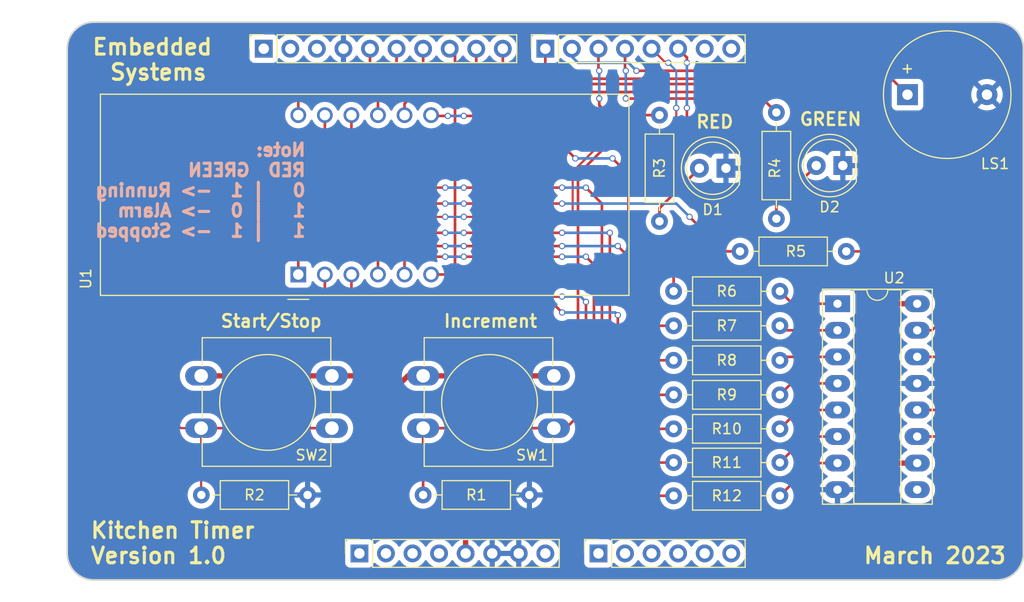
<source format=kicad_pcb>
(kicad_pcb (version 20221018) (generator pcbnew)
  (title_block (date "2023-03-22") (rev "1.0"))
  (layers (0 "F.Cu" signal) (31 "B.Cu" signal) (34 "B.Paste" user) (35 "F.Paste" user) (36 "B.SilkS" user "B.Silkscreen") (37 "F.SilkS" user "F.Silkscreen") (38 "B.Mask" user) (39 "F.Mask" user) (44 "Edge.Cuts" user))
  (net 0 "")
  (net 1 "GND")
  (net 3 "+5V")
  (net 4 "/IOREF")
  (net 5 "/A0")
  (net 6 "/A1")
  (net 7 "/A2")
  (net 8 "/A3")
  (net 9 "/SDA{slash}A4")
  (net 10 "/SCL{slash}A5")
  (net 11 "/TX{slash}1")
  (net 12 "/RX{slash}0")
  (net 13 "+3V3")
  (net 14 "VCC")
  (net 15 "/~{RESET}")
  (net 16 "Dig4")
  (net 17 "Dig3")
  (net 18 "Dig2")
  (net 19 "Dig1")
  (net 20 "a")
  (net 21 "Net-(U1-a)")
  (net 22 "b")
  (net 23 "Net-(U1-b)")
  (net 24 "c")
  (net 25 "Net-(U1-c)")
  (net 26 "d")
  (net 27 "Net-(U1-d)")
  (net 28 "e")
  (net 29 "Net-(U1-e)")
  (net 30 "f")
  (net 31 "Net-(U1-f)")
  (net 32 "g")
  (net 33 "Net-(U1-g)")
  (net 34 "dp")
  (net 35 "Net-(U1-DPX)")
  (net 37 "SH_CP")
  (net 38 "ST_CP")
  (net 39 "DS")
  (net 40 "Net-(D1-A)")
  (net 41 "Net-(D2-A)")
  (net 45 "Buzzer")
  (net 46 "RED_LED")
  (net 47 "GREEN_LED")
  (net 48 "Button_2")
  (net 49 "Button_1")
  (footprint "Connector_PinSocket_2.54mm:PinSocket_1x08_P2.54mm_Vertical" (layer "F.Cu") (at 127.94 97.46 90)
    (fp_text reference "J1" hide)
    (fp_text value "Power")
    (fp_line (start -1.33 1.27) (end -1.33 19.11) (stroke (width 0.12)) (layer "F.SilkS"))
    (fp_line (start -1.33 1.27) (end 1.33 1.27) (stroke (width 0.12)) (layer "F.SilkS"))
    (fp_line (start -1.33 19.11) (end 1.33 19.11) (stroke (width 0.12)) (layer "F.SilkS"))
    (fp_line (start 0 -1.33) (end 1.33 -1.33) (stroke (width 0.12)) (layer "F.SilkS"))
    (fp_line (start 1.33 -1.33) (end 1.33 0) (stroke (width 0.12)) (layer "F.SilkS"))
    (fp_line (start 1.33 1.27) (end 1.33 19.11) (stroke (width 0.12)) (layer "F.SilkS"))
    (pad "1" thru_hole rect locked (at 0 0 90) (size 1.7 1.7) (drill 1) (layers "*.Cu" "*.Mask"))
    (pad "2" thru_hole oval locked (at 0 2.54 90) (size 1.7 1.7) (drill 1) (layers "*.Cu" "*.Mask") (net 4 "/IOREF"))
    (pad "3" thru_hole oval locked (at 0 5.08 90) (size 1.7 1.7) (drill 1) (layers "*.Cu" "*.Mask") (net 15 "/~{RESET}"))
    (pad "4" thru_hole oval locked (at 0 7.62 90) (size 1.7 1.7) (drill 1) (layers "*.Cu" "*.Mask") (net 13 "+3V3"))
    (pad "5" thru_hole oval locked (at 0 10.16 90) (size 1.7 1.7) (drill 1) (layers "*.Cu" "*.Mask") (net 3 "+5V"))
    (pad "6" thru_hole oval locked (at 0 12.7 90) (size 1.7 1.7) (drill 1) (layers "*.Cu" "*.Mask") (net 1 "GND"))
    (pad "7" thru_hole oval locked (at 0 15.24 90) (size 1.7 1.7) (drill 1) (layers "*.Cu" "*.Mask") (net 1 "GND"))
    (pad "8" thru_hole oval locked (at 0 17.78 90) (size 1.7 1.7) (drill 1) (layers "*.Cu" "*.Mask") (net 14 "VCC"))
  )
  (footprint "Connector_PinSocket_2.54mm:PinSocket_1x06_P2.54mm_Vertical" (layer "F.Cu") (at 150.8 97.46 90)
    (fp_text reference "J3" hide)
    (fp_text value "Analog")
    (fp_line (start -1.33 1.27) (end -1.33 14.03) (stroke (width 0.12)) (layer "F.SilkS"))
    (fp_line (start -1.33 1.27) (end 1.33 1.27) (stroke (width 0.12)) (layer "F.SilkS"))
    (fp_line (start -1.33 14.03) (end 1.33 14.03) (stroke (width 0.12)) (layer "F.SilkS"))
    (fp_line (start 0 -1.33) (end 1.33 -1.33) (stroke (width 0.12)) (layer "F.SilkS"))
    (fp_line (start 1.33 -1.33) (end 1.33 0) (stroke (width 0.12)) (layer "F.SilkS"))
    (fp_line (start 1.33 1.27) (end 1.33 14.03) (stroke (width 0.12)) (layer "F.SilkS"))
    (pad "1" thru_hole rect locked (at 0 0 90) (size 1.7 1.7) (drill 1) (layers "*.Cu" "*.Mask") (net 5 "/A0"))
    (pad "2" thru_hole oval locked (at 0 2.54 90) (size 1.7 1.7) (drill 1) (layers "*.Cu" "*.Mask") (net 6 "/A1"))
    (pad "3" thru_hole oval locked (at 0 5.08 90) (size 1.7 1.7) (drill 1) (layers "*.Cu" "*.Mask") (net 7 "/A2"))
    (pad "4" thru_hole oval locked (at 0 7.62 90) (size 1.7 1.7) (drill 1) (layers "*.Cu" "*.Mask") (net 8 "/A3"))
    (pad "5" thru_hole oval locked (at 0 10.16 90) (size 1.7 1.7) (drill 1) (layers "*.Cu" "*.Mask") (net 9 "/SDA{slash}A4"))
    (pad "6" thru_hole oval locked (at 0 12.7 90) (size 1.7 1.7) (drill 1) (layers "*.Cu" "*.Mask") (net 10 "/SCL{slash}A5"))
  )
  (footprint "Connector_PinSocket_2.54mm:PinSocket_1x10_P2.54mm_Vertical" (layer "F.Cu") (at 118.796 49.2 90)
    (fp_text reference "J2" hide)
    (fp_text value "Digital/PWM")
    (fp_line (start -1.33 1.27) (end -1.33 24.19) (stroke (width 0.12)) (layer "F.SilkS"))
    (fp_line (start -1.33 1.27) (end 1.33 1.27) (stroke (width 0.12)) (layer "F.SilkS"))
    (fp_line (start -1.33 24.19) (end 1.33 24.19) (stroke (width 0.12)) (layer "F.SilkS"))
    (fp_line (start 0 -1.33) (end 1.33 -1.33) (stroke (width 0.12)) (layer "F.SilkS"))
    (fp_line (start 1.33 -1.33) (end 1.33 0) (stroke (width 0.12)) (layer "F.SilkS"))
    (fp_line (start 1.33 1.27) (end 1.33 24.19) (stroke (width 0.12)) (layer "F.SilkS"))
    (pad "1" thru_hole rect locked (at 0 0 90) (size 1.7 1.7) (drill 1) (layers "*.Cu" "*.Mask"))
    (pad "2" thru_hole oval locked (at 0 2.54 90) (size 1.7 1.7) (drill 1) (layers "*.Cu" "*.Mask"))
    (pad "3" thru_hole oval locked (at 0 5.08 90) (size 1.7 1.7) (drill 1) (layers "*.Cu" "*.Mask"))
    (pad "4" thru_hole oval locked (at 0 7.62 90) (size 1.7 1.7) (drill 1) (layers "*.Cu" "*.Mask") (net 1 "GND"))
    (pad "5" thru_hole oval locked (at 0 10.16 90) (size 1.7 1.7) (drill 1) (layers "*.Cu" "*.Mask") (net 19 "Dig1"))
    (pad "6" thru_hole oval locked (at 0 12.7 90) (size 1.7 1.7) (drill 1) (layers "*.Cu" "*.Mask") (net 18 "Dig2"))
    (pad "7" thru_hole oval locked (at 0 15.24 90) (size 1.7 1.7) (drill 1) (layers "*.Cu" "*.Mask") (net 17 "Dig3"))
    (pad "8" thru_hole oval locked (at 0 17.78 90) (size 1.7 1.7) (drill 1) (layers "*.Cu" "*.Mask") (net 16 "Dig4"))
    (pad "9" thru_hole oval locked (at 0 20.32 90) (size 1.7 1.7) (drill 1) (layers "*.Cu" "*.Mask") (net 39 "DS"))
    (pad "10" thru_hole oval locked (at 0 22.86 90) (size 1.7 1.7) (drill 1) (layers "*.Cu" "*.Mask") (net 38 "ST_CP"))
  )
  (footprint "Connector_PinSocket_2.54mm:PinSocket_1x08_P2.54mm_Vertical" (layer "F.Cu") (at 145.72 49.2 90)
    (fp_text reference "J4" hide)
    (fp_text value "Digital/PWM")
    (fp_line (start -1.33 1.27) (end -1.33 19.11) (stroke (width 0.12)) (layer "F.SilkS"))
    (fp_line (start -1.33 1.27) (end 1.33 1.27) (stroke (width 0.12)) (layer "F.SilkS"))
    (fp_line (start -1.33 19.11) (end 1.33 19.11) (stroke (width 0.12)) (layer "F.SilkS"))
    (fp_line (start 0 -1.33) (end 1.33 -1.33) (stroke (width 0.12)) (layer "F.SilkS"))
    (fp_line (start 1.33 -1.33) (end 1.33 0) (stroke (width 0.12)) (layer "F.SilkS"))
    (fp_line (start 1.33 1.27) (end 1.33 19.11) (stroke (width 0.12)) (layer "F.SilkS"))
    (pad "1" thru_hole rect locked (at 0 0 90) (size 1.7 1.7) (drill 1) (layers "*.Cu" "*.Mask") (net 37 "SH_CP"))
    (pad "2" thru_hole oval locked (at 0 2.54 90) (size 1.7 1.7) (drill 1) (layers "*.Cu" "*.Mask") (net 45 "Buzzer"))
    (pad "3" thru_hole oval locked (at 0 5.08 90) (size 1.7 1.7) (drill 1) (layers "*.Cu" "*.Mask") (net 46 "RED_LED"))
    (pad "4" thru_hole oval locked (at 0 7.62 90) (size 1.7 1.7) (drill 1) (layers "*.Cu" "*.Mask") (net 47 "GREEN_LED"))
    (pad "5" thru_hole oval locked (at 0 10.16 90) (size 1.7 1.7) (drill 1) (layers "*.Cu" "*.Mask") (net 48 "Button_2"))
    (pad "6" thru_hole oval locked (at 0 12.7 90) (size 1.7 1.7) (drill 1) (layers "*.Cu" "*.Mask") (net 49 "Button_1"))
    (pad "7" thru_hole oval locked (at 0 15.24 90) (size 1.7 1.7) (drill 1) (layers "*.Cu" "*.Mask") (net 11 "/TX{slash}1"))
    (pad "8" thru_hole oval locked (at 0 17.78 90) (size 1.7 1.7) (drill 1) (layers "*.Cu" "*.Mask") (net 12 "/RX{slash}0"))
  )
  (footprint "Buzzer_Beeper:Buzzer_12x9.5RM7.6" (layer "F.Cu") (at 180.35 53.594)
    (fp_text reference "LS1" (at 8.372 6.604) (layer "F.SilkS"))
    (fp_text value "Speaker")
    (fp_text user "+" (at -0.01 -2.54) (layer "F.SilkS"))
    (fp_circle (center 3.8 0) (end 9.9 0) (stroke (width 0.12)) (fill none) (layer "F.SilkS"))
    (pad "1" thru_hole rect (at 0 0) (size 2 2) (drill 1) (layers "*.Cu" "*.Mask") (net 45 "Buzzer"))
    (pad "2" thru_hole circle (at 7.6 0) (size 2 2) (drill 1) (layers "*.Cu" "*.Mask") (net 1 "GND"))
  )
  (footprint "Resistor_THT:R_Axial_DIN0207_L6.3mm_D2.5mm_P10.16mm_Horizontal" (layer "F.Cu") (at 156.637 55.55 -90)
    (fp_text reference "R3" (at 5.08 0 90) (layer "F.SilkS"))
    (fp_text value "330")
    (fp_line (start 1.04 0) (end 1.81 0) (stroke (width 0.12)) (layer "F.SilkS"))
    (fp_line (start 1.81 -1.37) (end 1.81 1.37) (stroke (width 0.12)) (layer "F.SilkS"))
    (fp_line (start 1.81 1.37) (end 8.35 1.37) (stroke (width 0.12)) (layer "F.SilkS"))
    (fp_line (start 8.35 -1.37) (end 1.81 -1.37) (stroke (width 0.12)) (layer "F.SilkS"))
    (fp_line (start 8.35 1.37) (end 8.35 -1.37) (stroke (width 0.12)) (layer "F.SilkS"))
    (fp_line (start 9.12 0) (end 8.35 0) (stroke (width 0.12)) (layer "F.SilkS"))
    (pad "1" thru_hole circle (at 0 0 270) (size 1.6 1.6) (drill 0.8) (layers "*.Cu" "*.Mask") (net 46 "RED_LED"))
    (pad "2" thru_hole oval (at 10.16 0 270) (size 1.6 1.6) (drill 0.8) (layers "*.Cu" "*.Mask") (net 40 "Net-(D1-A)"))
  )
  (footprint "Resistor_THT:R_Axial_DIN0207_L6.3mm_D2.5mm_P10.16mm_Horizontal" (layer "F.Cu") (at 167.813 55.296 -90)
    (fp_text reference "R4" (at 5.334 0.142 90) (layer "F.SilkS"))
    (fp_text value "330")
    (fp_line (start 1.04 0) (end 1.81 0) (stroke (width 0.12)) (layer "F.SilkS"))
    (fp_line (start 1.81 -1.37) (end 1.81 1.37) (stroke (width 0.12)) (layer "F.SilkS"))
    (fp_line (start 1.81 1.37) (end 8.35 1.37) (stroke (width 0.12)) (layer "F.SilkS"))
    (fp_line (start 8.35 -1.37) (end 1.81 -1.37) (stroke (width 0.12)) (layer "F.SilkS"))
    (fp_line (start 8.35 1.37) (end 8.35 -1.37) (stroke (width 0.12)) (layer "F.SilkS"))
    (fp_line (start 9.12 0) (end 8.35 0) (stroke (width 0.12)) (layer "F.SilkS"))
    (pad "1" thru_hole circle (at 0 0 270) (size 1.6 1.6) (drill 0.8) (layers "*.Cu" "*.Mask") (net 47 "GREEN_LED"))
    (pad "2" thru_hole oval (at 10.16 0 270) (size 1.6 1.6) (drill 0.8) (layers "*.Cu" "*.Mask") (net 41 "Net-(D2-A)"))
  )
  (footprint "Resistor_THT:R_Axial_DIN0207_L6.3mm_D2.5mm_P10.16mm_Horizontal" (layer "F.Cu") (at 112.827 91.872)
    (fp_text reference "R2" (at 5.08 0) (layer "F.SilkS"))
    (fp_text value "10k")
    (fp_line (start 1.04 0) (end 1.81 0) (stroke (width 0.12)) (layer "F.SilkS"))
    (fp_line (start 1.81 -1.37) (end 1.81 1.37) (stroke (width 0.12)) (layer "F.SilkS"))
    (fp_line (start 1.81 1.37) (end 8.35 1.37) (stroke (width 0.12)) (layer "F.SilkS"))
    (fp_line (start 8.35 -1.37) (end 1.81 -1.37) (stroke (width 0.12)) (layer "F.SilkS"))
    (fp_line (start 8.35 1.37) (end 8.35 -1.37) (stroke (width 0.12)) (layer "F.SilkS"))
    (fp_line (start 9.12 0) (end 8.35 0) (stroke (width 0.12)) (layer "F.SilkS"))
    (pad "1" thru_hole circle (at 0 0) (size 1.6 1.6) (drill 0.8) (layers "*.Cu" "*.Mask") (net 48 "Button_2"))
    (pad "2" thru_hole oval (at 10.16 0) (size 1.6 1.6) (drill 0.8) (layers "*.Cu" "*.Mask") (net 1 "GND"))
  )
  (footprint "Button_Switch_THT:SW_PUSH-12mm" (layer "F.Cu") (at 134.036 80.482)
    (fp_text reference "SW1" (at 10.414 7.58) (layer "F.SilkS"))
    (fp_text value "SW_Push")
    (fp_line (start 0.1 -3.65) (end 12.4 -3.65) (stroke (width 0.12)) (layer "F.SilkS"))
    (fp_line (start 0.1 -0.93) (end 0.1 -3.65) (stroke (width 0.12)) (layer "F.SilkS"))
    (fp_line (start 0.1 4.07) (end 0.1 0.93) (stroke (width 0.12)) (layer "F.SilkS"))
    (fp_line (start 0.1 8.65) (end 0.1 5.93) (stroke (width 0.12)) (layer "F.SilkS"))
    (fp_line (start 12.4 -3.65) (end 12.4 -0.93) (stroke (width 0.12)) (layer "F.SilkS"))
    (fp_line (start 12.4 0.93) (end 12.4 4.07) (stroke (width 0.12)) (layer "F.SilkS"))
    (fp_line (start 12.4 5.93) (end 12.4 8.65) (stroke (width 0.12)) (layer "F.SilkS"))
    (fp_line (start 12.4 8.65) (end 0.1 8.65) (stroke (width 0.12)) (layer "F.SilkS"))
    (fp_circle (center 6.35 2.54) (end 10.16 5.08) (stroke (width 0.12)) (fill none) (layer "F.SilkS"))
    (pad "1" thru_hole oval (at 0 0) (size 3.048 1.85) (drill 1.3) (layers "*.Cu" "*.Mask") (net 3 "+5V"))
    (pad "1" thru_hole oval (at 12.5 0) (size 3.048 1.85) (drill 1.3) (layers "*.Cu" "*.Mask") (net 3 "+5V"))
    (pad "2" thru_hole oval (at 0 5) (size 3.048 1.85) (drill 1.3) (layers "*.Cu" "*.Mask") (net 49 "Button_1"))
    (pad "2" thru_hole oval (at 12.5 5) (size 3.048 1.85) (drill 1.3) (layers "*.Cu" "*.Mask") (net 49 "Button_1"))
  )
  (footprint "LED_THT:LED_D5.0mm" (layer "F.Cu") (at 174.168 60.376 180)
    (fp_text reference "D2" (at 1.27 -3.96) (layer "F.SilkS"))
    (fp_text value "LED")
    (fp_line (start -1.29 -1.545) (end -1.29 1.545) (stroke (width 0.12)) (layer "F.SilkS"))
    (fp_arc (start -1.29 -1.54483) (mid 2.072002 -2.880433) (end 4.26 0.000462) (stroke (width 0.12)) (layer "F.SilkS"))
    (fp_arc (start 4.26 -0.000462) (mid 2.072002 2.880433) (end -1.29 1.54483) (stroke (width 0.12)) (layer "F.SilkS"))
    (fp_circle (center 1.27 0) (end 3.77 0) (stroke (width 0.12)) (fill none) (layer "F.SilkS"))
    (pad "1" thru_hole rect (at 0 0 180) (size 1.8 1.8) (drill 0.9) (layers "*.Cu" "*.Mask") (net 1 "GND"))
    (pad "2" thru_hole circle (at 2.54 0 180) (size 1.8 1.8) (drill 0.9) (layers "*.Cu" "*.Mask") (net 41 "Net-(D2-A)"))
  )
  (footprint "Resistor_THT:R_Axial_DIN0207_L6.3mm_D2.5mm_P10.16mm_Horizontal" (layer "F.Cu") (at 134.036 91.872)
    (fp_text reference "R1" (at 5.08 0) (layer "F.SilkS"))
    (fp_text value "10k")
    (fp_line (start 1.04 0) (end 1.81 0) (stroke (width 0.12)) (layer "F.SilkS"))
    (fp_line (start 1.81 -1.37) (end 1.81 1.37) (stroke (width 0.12)) (layer "F.SilkS"))
    (fp_line (start 1.81 1.37) (end 8.35 1.37) (stroke (width 0.12)) (layer "F.SilkS"))
    (fp_line (start 8.35 -1.37) (end 1.81 -1.37) (stroke (width 0.12)) (layer "F.SilkS"))
    (fp_line (start 8.35 1.37) (end 8.35 -1.37) (stroke (width 0.12)) (layer "F.SilkS"))
    (fp_line (start 9.12 0) (end 8.35 0) (stroke (width 0.12)) (layer "F.SilkS"))
    (pad "1" thru_hole circle (at 0 0) (size 1.6 1.6) (drill 0.8) (layers "*.Cu" "*.Mask") (net 49 "Button_1"))
    (pad "2" thru_hole oval (at 10.16 0) (size 1.6 1.6) (drill 0.8) (layers "*.Cu" "*.Mask") (net 1 "GND"))
  )
  (footprint "Resistor_THT:R_Axial_DIN0207_L6.3mm_D2.5mm_P10.16mm_Horizontal" (layer "F.Cu") (at 168.148 91.948 180)
    (fp_text reference "R12" (at 5.08 0) (layer "F.SilkS"))
    (fp_text value "100")
    (fp_line (start 1.04 0) (end 1.81 0) (stroke (width 0.12)) (layer "F.SilkS"))
    (fp_line (start 1.81 -1.37) (end 1.81 1.37) (stroke (width 0.12)) (layer "F.SilkS"))
    (fp_line (start 1.81 1.37) (end 8.35 1.37) (stroke (width 0.12)) (layer "F.SilkS"))
    (fp_line (start 8.35 -1.37) (end 1.81 -1.37) (stroke (width 0.12)) (layer "F.SilkS"))
    (fp_line (start 8.35 1.37) (end 8.35 -1.37) (stroke (width 0.12)) (layer "F.SilkS"))
    (fp_line (start 9.12 0) (end 8.35 0) (stroke (width 0.12)) (layer "F.SilkS"))
    (pad "1" thru_hole circle (at 0 0 180) (size 1.6 1.6) (drill 0.8) (layers "*.Cu" "*.Mask") (net 34 "dp"))
    (pad "2" thru_hole oval (at 10.16 0 180) (size 1.6 1.6) (drill 0.8) (layers "*.Cu" "*.Mask") (net 35 "Net-(U1-DPX)"))
  )
  (footprint "Resistor_THT:R_Axial_DIN0207_L6.3mm_D2.5mm_P10.16mm_Horizontal" (layer "F.Cu") (at 168.148 85.5472 180)
    (fp_text reference "R10" (at 5.08 0) (layer "F.SilkS"))
    (fp_text value "100")
    (fp_line (start 1.04 0) (end 1.81 0) (stroke (width 0.12)) (layer "F.SilkS"))
    (fp_line (start 1.81 -1.37) (end 1.81 1.37) (stroke (width 0.12)) (layer "F.SilkS"))
    (fp_line (start 1.81 1.37) (end 8.35 1.37) (stroke (width 0.12)) (layer "F.SilkS"))
    (fp_line (start 8.35 -1.37) (end 1.81 -1.37) (stroke (width 0.12)) (layer "F.SilkS"))
    (fp_line (start 8.35 1.37) (end 8.35 -1.37) (stroke (width 0.12)) (layer "F.SilkS"))
    (fp_line (start 9.12 0) (end 8.35 0) (stroke (width 0.12)) (layer "F.SilkS"))
    (pad "1" thru_hole circle (at 0 0 180) (size 1.6 1.6) (drill 0.8) (layers "*.Cu" "*.Mask") (net 30 "f"))
    (pad "2" thru_hole oval (at 10.16 0 180) (size 1.6 1.6) (drill 0.8) (layers "*.Cu" "*.Mask") (net 31 "Net-(U1-f)"))
  )
  (footprint "Resistor_THT:R_Axial_DIN0207_L6.3mm_D2.5mm_P10.16mm_Horizontal" (layer "F.Cu") (at 168.148 78.994 180)
    (fp_text reference "R8" (at 5.08 0) (layer "F.SilkS"))
    (fp_text value "100")
    (fp_line (start 1.04 0) (end 1.81 0) (stroke (width 0.12)) (layer "F.SilkS"))
    (fp_line (start 1.81 -1.37) (end 1.81 1.37) (stroke (width 0.12)) (layer "F.SilkS"))
    (fp_line (start 1.81 1.37) (end 8.35 1.37) (stroke (width 0.12)) (layer "F.SilkS"))
    (fp_line (start 8.35 -1.37) (end 1.81 -1.37) (stroke (width 0.12)) (layer "F.SilkS"))
    (fp_line (start 8.35 1.37) (end 8.35 -1.37) (stroke (width 0.12)) (layer "F.SilkS"))
    (fp_line (start 9.12 0) (end 8.35 0) (stroke (width 0.12)) (layer "F.SilkS"))
    (pad "1" thru_hole circle (at 0 0 180) (size 1.6 1.6) (drill 0.8) (layers "*.Cu" "*.Mask") (net 26 "d"))
    (pad "2" thru_hole oval (at 10.16 0 180) (size 1.6 1.6) (drill 0.8) (layers "*.Cu" "*.Mask") (net 27 "Net-(U1-d)"))
  )
  (footprint "Button_Switch_THT:SW_PUSH-12mm" (layer "F.Cu") (at 112.81 80.482)
    (fp_text reference "SW2" (at 10.558 7.58) (layer "F.SilkS"))
    (fp_text value "SW_Push")
    (fp_line (start 0.1 -3.65) (end 12.4 -3.65) (stroke (width 0.12)) (layer "F.SilkS"))
    (fp_line (start 0.1 -0.93) (end 0.1 -3.65) (stroke (width 0.12)) (layer "F.SilkS"))
    (fp_line (start 0.1 4.07) (end 0.1 0.93) (stroke (width 0.12)) (layer "F.SilkS"))
    (fp_line (start 0.1 8.65) (end 0.1 5.93) (stroke (width 0.12)) (layer "F.SilkS"))
    (fp_line (start 12.4 -3.65) (end 12.4 -0.93) (stroke (width 0.12)) (layer "F.SilkS"))
    (fp_line (start 12.4 0.93) (end 12.4 4.07) (stroke (width 0.12)) (layer "F.SilkS"))
    (fp_line (start 12.4 5.93) (end 12.4 8.65) (stroke (width 0.12)) (layer "F.SilkS"))
    (fp_line (start 12.4 8.65) (end 0.1 8.65) (stroke (width 0.12)) (layer "F.SilkS"))
    (fp_circle (center 6.35 2.54) (end 10.16 5.08) (stroke (width 0.12)) (fill none) (layer "F.SilkS"))
    (pad "1" thru_hole oval (at 0 0) (size 3.048 1.85) (drill 1.3) (layers "*.Cu" "*.Mask") (net 3 "+5V"))
    (pad "1" thru_hole oval (at 12.5 0) (size 3.048 1.85) (drill 1.3) (layers "*.Cu" "*.Mask") (net 3 "+5V"))
    (pad "2" thru_hole oval (at 0 5) (size 3.048 1.85) (drill 1.3) (layers "*.Cu" "*.Mask") (net 48 "Button_2"))
    (pad "2" thru_hole oval (at 12.5 5) (size 3.048 1.85) (drill 1.3) (layers "*.Cu" "*.Mask") (net 48 "Button_2"))
  )
  (footprint "LED_THT:LED_D5.0mm" (layer "F.Cu") (at 162.992 60.63 180)
    (fp_text reference "D1" (at 1.27 -3.96) (layer "F.SilkS"))
    (fp_text value "LED")
    (fp_line (start -1.29 -1.545) (end -1.29 1.545) (stroke (width 0.12)) (layer "F.SilkS"))
    (fp_arc (start -1.29 -1.54483) (mid 2.072002 -2.880433) (end 4.26 0.000462) (stroke (width 0.12)) (layer "F.SilkS"))
    (fp_arc (start 4.26 -0.000462) (mid 2.072002 2.880433) (end -1.29 1.54483) (stroke (width 0.12)) (layer "F.SilkS"))
    (fp_circle (center 1.27 0) (end 3.77 0) (stroke (width 0.12)) (fill none) (layer "F.SilkS"))
    (pad "1" thru_hole rect (at 0 0 180) (size 1.8 1.8) (drill 0.9) (layers "*.Cu" "*.Mask") (net 1 "GND"))
    (pad "2" thru_hole circle (at 2.54 0 180) (size 1.8 1.8) (drill 0.9) (layers "*.Cu" "*.Mask") (net 40 "Net-(D1-A)"))
  )
  (footprint "Resistor_THT:R_Axial_DIN0207_L6.3mm_D2.5mm_P10.16mm_Horizontal" (layer "F.Cu") (at 174.498 68.58 180)
    (fp_text reference "R5" (at 4.826 0) (layer "F.SilkS"))
    (fp_text value "100")
    (fp_line (start 1.04 0) (end 1.81 0) (stroke (width 0.12)) (layer "F.SilkS"))
    (fp_line (start 1.81 -1.37) (end 1.81 1.37) (stroke (width 0.12)) (layer "F.SilkS"))
    (fp_line (start 1.81 1.37) (end 8.35 1.37) (stroke (width 0.12)) (layer "F.SilkS"))
    (fp_line (start 8.35 -1.37) (end 1.81 -1.37) (stroke (width 0.12)) (layer "F.SilkS"))
    (fp_line (start 8.35 1.37) (end 8.35 -1.37) (stroke (width 0.12)) (layer "F.SilkS"))
    (fp_line (start 9.12 0) (end 8.35 0) (stroke (width 0.12)) (layer "F.SilkS"))
    (pad "1" thru_hole circle (at 0 0 180) (size 1.6 1.6) (drill 0.8) (layers "*.Cu" "*.Mask") (net 20 "a"))
    (pad "2" thru_hole oval (at 10.16 0 180) (size 1.6 1.6) (drill 0.8) (layers "*.Cu" "*.Mask") (net 21 "Net-(U1-a)"))
  )
  (footprint "Resistor_THT:R_Axial_DIN0207_L6.3mm_D2.5mm_P10.16mm_Horizontal" (layer "F.Cu") (at 168.148 75.692 180)
    (fp_text reference "R7" (at 5.08 0) (layer "F.SilkS"))
    (fp_text value "100")
    (fp_line (start 1.04 0) (end 1.81 0) (stroke (width 0.12)) (layer "F.SilkS"))
    (fp_line (start 1.81 -1.37) (end 1.81 1.37) (stroke (width 0.12)) (layer "F.SilkS"))
    (fp_line (start 1.81 1.37) (end 8.35 1.37) (stroke (width 0.12)) (layer "F.SilkS"))
    (fp_line (start 8.35 -1.37) (end 1.81 -1.37) (stroke (width 0.12)) (layer "F.SilkS"))
    (fp_line (start 8.35 1.37) (end 8.35 -1.37) (stroke (width 0.12)) (layer "F.SilkS"))
    (fp_line (start 9.12 0) (end 8.35 0) (stroke (width 0.12)) (layer "F.SilkS"))
    (pad "1" thru_hole circle (at 0 0 180) (size 1.6 1.6) (drill 0.8) (layers "*.Cu" "*.Mask") (net 24 "c"))
    (pad "2" thru_hole oval (at 10.16 0 180) (size 1.6 1.6) (drill 0.8) (layers "*.Cu" "*.Mask") (net 25 "Net-(U1-c)"))
  )
  (footprint "Package_DIP:DIP-16_W7.62mm_Socket_LongPads" (layer "F.Cu") (at 173.66 73.584)
    (fp_text reference "U2" (at 5.41 -2.464) (layer "F.SilkS"))
    (fp_text value "74HC595")
    (fp_line (start -1.44 -1.39) (end -1.44 19.17) (stroke (width 0.12)) (layer "F.SilkS"))
    (fp_line (start -1.44 19.17) (end 9.06 19.17) (stroke (width 0.12)) (layer "F.SilkS"))
    (fp_line (start 1.56 -1.33) (end 1.56 19.11) (stroke (width 0.12)) (layer "F.SilkS"))
    (fp_line (start 1.56 19.11) (end 6.06 19.11) (stroke (width 0.12)) (layer "F.SilkS"))
    (fp_line (start 2.81 -1.33) (end 1.56 -1.33) (stroke (width 0.12)) (layer "F.SilkS"))
    (fp_line (start 6.06 -1.33) (end 4.81 -1.33) (stroke (width 0.12)) (layer "F.SilkS"))
    (fp_line (start 6.06 19.11) (end 6.06 -1.33) (stroke (width 0.12)) (layer "F.SilkS"))
    (fp_line (start 9.06 -1.39) (end -1.44 -1.39) (stroke (width 0.12)) (layer "F.SilkS"))
    (fp_line (start 9.06 19.17) (end 9.06 -1.39) (stroke (width 0.12)) (layer "F.SilkS"))
    (fp_arc (start 4.81 -1.33) (mid 3.81 -0.33) (end 2.81 -1.33) (stroke (width 0.12)) (layer "F.SilkS"))
    (pad "1" thru_hole rect (at 0 0) (size 2.4 1.6) (drill 0.8) (layers "*.Cu" "*.Mask") (net 22 "b"))
    (pad "2" thru_hole oval (at 0 2.54) (size 2.4 1.6) (drill 0.8) (layers "*.Cu" "*.Mask") (net 24 "c"))
    (pad "3" thru_hole oval (at 0 5.08) (size 2.4 1.6) (drill 0.8) (layers "*.Cu" "*.Mask") (net 26 "d"))
    (pad "4" thru_hole oval (at 0 7.62) (size 2.4 1.6) (drill 0.8) (layers "*.Cu" "*.Mask") (net 28 "e"))
    (pad "5" thru_hole oval (at 0 10.16) (size 2.4 1.6) (drill 0.8) (layers "*.Cu" "*.Mask") (net 30 "f"))
    (pad "6" thru_hole oval (at 0 12.7) (size 2.4 1.6) (drill 0.8) (layers "*.Cu" "*.Mask") (net 32 "g"))
    (pad "7" thru_hole oval (at 0 15.24) (size 2.4 1.6) (drill 0.8) (layers "*.Cu" "*.Mask") (net 34 "dp"))
    (pad "8" thru_hole oval (at 0 17.78) (size 2.4 1.6) (drill 0.8) (layers "*.Cu" "*.Mask") (net 1 "GND"))
    (pad "9" thru_hole oval (at 7.62 17.78) (size 2.4 1.6) (drill 0.8) (layers "*.Cu" "*.Mask"))
    (pad "10" thru_hole oval (at 7.62 15.24) (size 2.4 1.6) (drill 0.8) (layers "*.Cu" "*.Mask") (net 3 "+5V"))
    (pad "11" thru_hole oval (at 7.62 12.7) (size 2.4 1.6) (drill 0.8) (layers "*.Cu" "*.Mask") (net 37 "SH_CP"))
    (pad "12" thru_hole oval (at 7.62 10.16) (size 2.4 1.6) (drill 0.8) (layers "*.Cu" "*.Mask") (net 38 "ST_CP"))
    (pad "13" thru_hole oval (at 7.62 7.62) (size 2.4 1.6) (drill 0.8) (layers "*.Cu" "*.Mask") (net 1 "GND"))
    (pad "14" thru_hole oval (at 7.62 5.08) (size 2.4 1.6) (drill 0.8) (layers "*.Cu" "*.Mask") (net 39 "DS"))
    (pad "15" thru_hole oval (at 7.62 2.54) (size 2.4 1.6) (drill 0.8) (layers "*.Cu" "*.Mask") (net 20 "a"))
    (pad "16" thru_hole oval (at 7.62 0) (size 2.4 1.6) (drill 0.8) (layers "*.Cu" "*.Mask") (net 3 "+5V"))
  )
  (footprint "Resistor_THT:R_Axial_DIN0207_L6.3mm_D2.5mm_P10.16mm_Horizontal" (layer "F.Cu") (at 168.148 88.773 180)
    (fp_text reference "R11" (at 5.08 0) (layer "F.SilkS"))
    (fp_text value "100")
    (fp_line (start 1.04 0) (end 1.81 0) (stroke (width 0.12)) (layer "F.SilkS"))
    (fp_line (start 1.81 -1.37) (end 1.81 1.37) (stroke (width 0.12)) (layer "F.SilkS"))
    (fp_line (start 1.81 1.37) (end 8.35 1.37) (stroke (width 0.12)) (layer "F.SilkS"))
    (fp_line (start 8.35 -1.37) (end 1.81 -1.37) (stroke (width 0.12)) (layer "F.SilkS"))
    (fp_line (start 8.35 1.37) (end 8.35 -1.37) (stroke (width 0.12)) (layer "F.SilkS"))
    (fp_line (start 9.12 0) (end 8.35 0) (stroke (width 0.12)) (layer "F.SilkS"))
    (pad "1" thru_hole circle (at 0 0 180) (size 1.6 1.6) (drill 0.8) (layers "*.Cu" "*.Mask") (net 32 "g"))
    (pad "2" thru_hole oval (at 10.16 0 180) (size 1.6 1.6) (drill 0.8) (layers "*.Cu" "*.Mask") (net 33 "Net-(U1-g)"))
  )
  (footprint "Resistor_THT:R_Axial_DIN0207_L6.3mm_D2.5mm_P10.16mm_Horizontal" (layer "F.Cu") (at 168.148 72.39 180)
    (fp_text reference "R6" (at 5.08 0) (layer "F.SilkS"))
    (fp_text value "100")
    (fp_line (start 1.04 0) (end 1.81 0) (stroke (width 0.12)) (layer "F.SilkS"))
    (fp_line (start 1.81 -1.37) (end 1.81 1.37) (stroke (width 0.12)) (layer "F.SilkS"))
    (fp_line (start 1.81 1.37) (end 8.35 1.37) (stroke (width 0.12)) (layer "F.SilkS"))
    (fp_line (start 8.35 -1.37) (end 1.81 -1.37) (stroke (width 0.12)) (layer "F.SilkS"))
    (fp_line (start 8.35 1.37) (end 8.35 -1.37) (stroke (width 0.12)) (layer "F.SilkS"))
    (fp_line (start 9.12 0) (end 8.35 0) (stroke (width 0.12)) (layer "F.SilkS"))
    (pad "1" thru_hole circle (at 0 0 180) (size 1.6 1.6) (drill 0.8) (layers "*.Cu" "*.Mask") (net 22 "b"))
    (pad "2" thru_hole oval (at 10.16 0 180) (size 1.6 1.6) (drill 0.8) (layers "*.Cu" "*.Mask") (net 23 "Net-(U1-b)"))
  )
  (footprint "Resistor_THT:R_Axial_DIN0207_L6.3mm_D2.5mm_P10.16mm_Horizontal" (layer "F.Cu") (at 168.148 82.296 180)
    (fp_text reference "R9" (at 5.08 0) (layer "F.SilkS"))
    (fp_text value "100")
    (fp_line (start 1.04 0) (end 1.81 0) (stroke (width 0.12)) (layer "F.SilkS"))
    (fp_line (start 1.81 -1.37) (end 1.81 1.37) (stroke (width 0.12)) (layer "F.SilkS"))
    (fp_line (start 1.81 1.37) (end 8.35 1.37) (stroke (width 0.12)) (layer "F.SilkS"))
    (fp_line (start 8.35 -1.37) (end 1.81 -1.37) (stroke (width 0.12)) (layer "F.SilkS"))
    (fp_line (start 8.35 1.37) (end 8.35 -1.37) (stroke (width 0.12)) (layer "F.SilkS"))
    (fp_line (start 9.12 0) (end 8.35 0) (stroke (width 0.12)) (layer "F.SilkS"))
    (pad "1" thru_hole circle (at 0 0 180) (size 1.6 1.6) (drill 0.8) (layers "*.Cu" "*.Mask") (net 28 "e"))
    (pad "2" thru_hole oval (at 10.16 0 180) (size 1.6 1.6) (drill 0.8) (layers "*.Cu" "*.Mask") (net 29 "Net-(U1-e)"))
  )
  (footprint "Display_7Segment:CA56-12EWA" (layer "F.Cu") (at 122.098 70.79 90)
    (fp_text reference "U1" (at -0.4 -20.31 90) (layer "F.SilkS"))
    (fp_text value "CA56-12EWA")
    (fp_line (start -2.38 -1) (end -2.38 1) (stroke (width 0.12)) (layer "F.SilkS"))
    (fp_line (start -2 -18.92) (end -2 31.62) (stroke (width 0.12)) (layer "F.SilkS"))
    (fp_line (start -2 -18.92) (end 17.24 -18.92) (stroke (width 0.12)) (layer "F.SilkS"))
    (fp_line (start -2 31.62) (end 17.24 31.62) (stroke (width 0.12)) (layer "F.SilkS"))
    (fp_line (start 17.24 31.62) (end 17.24 -18.92) (stroke (width 0.12)) (layer "F.SilkS"))
    (pad "1" thru_hole rect (at 0 0 90) (size 1.5 1.5) (drill 1) (layers "*.Cu" "*.Mask") (net 29 "Net-(U1-e)"))
    (pad "2" thru_hole circle (at 0 2.54 90) (size 1.5 1.5) (drill 1) (layers "*.Cu" "*.Mask") (net 27 "Net-(U1-d)"))
    (pad "3" thru_hole circle (at 0 5.08 90) (size 1.5 1.5) (drill 1) (layers "*.Cu" "*.Mask") (net 35 "Net-(U1-DPX)"))
    (pad "4" thru_hole circle (at 0 7.62 90) (size 1.5 1.5) (drill 1) (layers "*.Cu" "*.Mask") (net 25 "Net-(U1-c)"))
    (pad "5" thru_hole circle (at 0 10.16 90) (size 1.5 1.5) (drill 1) (layers "*.Cu" "*.Mask") (net 33 "Net-(U1-g)"))
    (pad "6" thru_hole circle (at 0 12.7 90) (size 1.5 1.5) (drill 1) (layers "*.Cu" "*.Mask") (net 16 "Dig4"))
    (pad "7" thru_hole circle (at 15.24 12.7 90) (size 1.5 1.5) (drill 1) (layers "*.Cu" "*.Mask") (net 23 "Net-(U1-b)"))
    (pad "8" thru_hole circle (at 15.24 10.16 90) (size 1.5 1.5) (drill 1) (layers "*.Cu" "*.Mask") (net 17 "Dig3"))
    (pad "9" thru_hole circle (at 15.24 7.62 90) (size 1.5 1.5) (drill 1) (layers "*.Cu" "*.Mask") (net 18 "Dig2"))
    (pad "10" thru_hole circle (at 15.24 5.08 90) (size 1.5 1.5) (drill 1) (layers "*.Cu" "*.Mask") (net 31 "Net-(U1-f)"))
    (pad "11" thru_hole circle (at 15.24 2.54 90) (size 1.5 1.5) (drill 1) (layers "*.Cu" "*.Mask") (net 21 "Net-(U1-a)"))
    (pad "12" thru_hole circle (at 15.24 0 90) (size 1.5 1.5) (drill 1) (layers "*.Cu" "*.Mask") (net 19 "Dig1"))
  )
  (gr_arc (start 191.44 97.46) (mid 190.696051 99.256051) (end 188.9 100) (stroke (width 0.15)) (layer "Edge.Cuts"))
  (gr_arc (start 102.54 100) (mid 100.743949 99.256051) (end 100 97.46) (stroke (width 0.15)) (layer "Edge.Cuts"))
  (gr_line (start 188.9 100) (end 102.54 100) (stroke (width 0.15)) (layer "Edge.Cuts"))
  (gr_line (start 102.54 46.66) (end 188.9 46.66) (stroke (width 0.15)) (layer "Edge.Cuts"))
  (gr_line (start 100 97.46) (end 100 49.2) (stroke (width 0.15)) (layer "Edge.Cuts"))
  (gr_arc (start 188.9 46.66) (mid 190.696051 47.403949) (end 191.44 49.2) (stroke (width 0.15)) (layer "Edge.Cuts"))
  (gr_line (start 191.44 49.2) (end 191.44 97.46) (stroke (width 0.15)) (layer "Edge.Cuts"))
  (gr_arc (start 100 49.2) (mid 100.743949 47.403949) (end 102.54 46.66) (stroke (width 0.15)) (layer "Edge.Cuts"))
  (gr_text "Note:\nRED  GREEN\n0   | 1  -> Running\n1   | 0  -> Alarm\n1   | 1  -> Stopped" (at 122.936 67.31) (layer "B.SilkS") (effects (font (size 1.2 1.2) (thickness 0.3) bold) (justify left bottom mirror)))
  (gr_text "Start/Stop" (at 114.554 75.946) (layer "F.SilkS") (effects (font (size 1.2 1.2) (thickness 0.24) bold) (justify left bottom)))
  (gr_text "Increment\n" (at 135.89 75.946) (layer "F.SilkS") (effects (font (size 1.2 1.2) (thickness 0.24) bold) (justify left bottom)))
  (gr_text "Kitchen Timer\nVersion 1.0" (at 102.108 98.552) (layer "F.SilkS") (effects (font (size 1.5 1.5) (thickness 0.3) bold) (justify left bottom)))
  (gr_text "March 2023" (at 176.022 98.552) (layer "F.SilkS") (effects (font (size 1.5 1.5) (thickness 0.3) bold) (justify left bottom)))
  (gr_text "Embedded \nSystems" (at 108.712 52.324) (layer "F.SilkS") (effects (font (size 1.5 1.5) (thickness 0.3) bold) (justify bottom)))
  (gr_text "RED\n" (at 160.02 56.896) (layer "F.SilkS") (effects (font (size 1.2 1.2) (thickness 0.24) bold) (justify left bottom)))
  (gr_text "GREEN\n" (at 169.926 56.642) (layer "F.SilkS") (effects (font (size 1.2 1.2) (thickness 0.24) bold) (justify left bottom)))
  (segment (start 125.31 80.482) (end 129.631 80.482) (width 0.508) (layer "F.Cu") (net 3))
  (segment (start 138.1 97.46) (end 138.1 95.6312) (width 0.508) (layer "F.Cu") (net 3))
  (segment (start 178.74 73.584) (end 177.2668 75.0572) (width 0.508) (layer "F.Cu") (net 3))
  (segment (start 177.2668 75.0572) (end 177.2668 90.0432) (width 0.508) (layer "F.Cu") (net 3))
  (segment (start 138.1 95.6312) (end 137.1602 94.6914) (width 0.508) (layer "F.Cu") (net 3))
  (segment (start 112.81 80.482) (end 125.31 80.482) (width 0.508) (layer "F.Cu") (net 3))
  (segment (start 181.28 73.584) (end 178.74 73.584) (width 0.508) (layer "F.Cu") (net 3))
  (segment (start 130.1752 93.4976) (end 130.1752 82.8804) (width 0.508) (layer "F.Cu") (net 3))
  (segment (start 138.9382 94.793) (end 176.2762 94.793) (width 0.508) (layer "F.Cu") (net 3))
  (segment (start 177.2668 93.8024) (end 177.2668 90.0432) (width 0.508) (layer "F.Cu") (net 3))
  (segment (start 132.5736 80.482) (end 130.1752 82.8804) (width 0.508) (layer "F.Cu") (net 3))
  (segment (start 131.369 94.6914) (end 130.1752 93.4976) (width 0.508) (layer "F.Cu") (net 3))
  (segment (start 129.631 80.482) (end 130.1752 81.0262) (width 0.508) (layer "F.Cu") (net 3))
  (segment (start 130.1752 82.8804) (end 130.1752 81.0262) (width 0.508) (layer "F.Cu") (net 3))
  (segment (start 178.486 88.824) (end 181.28 88.824) (width 0.508) (layer "F.Cu") (net 3))
  (segment (start 137.1602 94.6914) (end 131.369 94.6914) (width 0.508) (layer "F.Cu") (net 3))
  (segment (start 146.536 80.482) (end 134.036 80.482) (width 0.508) (layer "F.Cu") (net 3))
  (segment (start 138.1 95.6312) (end 138.9382 94.793) (width 0.508) (layer "F.Cu") (net 3))
  (segment (start 176.2762 94.793) (end 177.2668 93.8024) (width 0.508) (layer "F.Cu") (net 3))
  (segment (start 134.036 80.482) (end 132.5736 80.482) (width 0.508) (layer "F.Cu") (net 3))
  (segment (start 177.2668 90.0432) (end 178.486 88.824) (width 0.508) (layer "F.Cu") (net 3))
  (segment (start 136.576 49.2) (end 137.084 49.708) (width 0.254) (layer "F.Cu") (net 16))
  (segment (start 137.084 69.774) (end 136.322 70.79) (width 0.254) (layer "F.Cu") (net 16))
  (segment (start 136.322 70.79) (end 134.798 70.79) (width 0.254) (layer "F.Cu") (net 16))
  (segment (start 137.084 49.708) (end 137.084 69.774) (width 0.254) (layer "F.Cu") (net 16))
  (segment (start 132.258 54.4578) (end 134.036 52.6798) (width 0.254) (layer "F.Cu") (net 17))
  (segment (start 132.258 55.55) (end 132.258 54.4578) (width 0.254) (layer "F.Cu") (net 17))
  (segment (start 134.036 52.6798) (end 134.036 49.2) (width 0.254) (layer "F.Cu") (net 17))
  (segment (start 129.718 53.264) (end 131.496 51.486) (width 0.254) (layer "F.Cu") (net 18))
  (segment (start 131.496 51.486) (end 131.496 49.2) (width 0.254) (layer "F.Cu") (net 18))
  (segment (start 129.718 55.55) (end 129.718 53.264) (width 0.254) (layer "F.Cu") (net 18))
  (segment (start 122.098 53.0862) (end 122.6822 52.502) (width 0.254) (layer "F.Cu") (net 19))
  (segment (start 127.8638 52.502) (end 128.956 51.4098) (width 0.254) (layer "F.Cu") (net 19))
  (segment (start 128.956 51.4098) (end 128.956 49.2) (width 0.254) (layer "F.Cu") (net 19))
  (segment (start 122.6822 52.502) (end 127.8638 52.502) (width 0.254) (layer "F.Cu") (net 19))
  (segment (start 122.098 55.55) (end 122.098 53.0862) (width 0.254) (layer "F.Cu") (net 19))
  (segment (start 183.642 75.184) (end 183.642 69.596) (width 0.25) (layer "F.Cu") (net 20))
  (segment (start 181.28 76.124) (end 182.702 76.124) (width 0.25) (layer "F.Cu") (net 20))
  (segment (start 182.702 76.124) (end 183.642 75.184) (width 0.25) (layer "F.Cu") (net 20))
  (segment (start 183.642 69.596) (end 182.626 68.58) (width 0.25) (layer "F.Cu") (net 20))
  (segment (start 182.626 68.58) (end 174.498 68.58) (width 0.25) (layer "F.Cu") (net 20))
  (segment (start 159.512 65.278) (end 162.814 68.58) (width 0.25) (layer "F.Cu") (net 21))
  (segment (start 162.814 68.58) (end 164.338 68.58) (width 0.25) (layer "F.Cu") (net 21))
  (segment (start 124.638 62.154) (end 126.492 64.008) (width 0.25) (layer "F.Cu") (net 21))
  (segment (start 137.922 64.008) (end 147.32 64.008) (width 0.25) (layer "F.Cu") (net 21))
  (segment (start 124.638 55.55) (end 124.638 62.154) (width 0.25) (layer "F.Cu") (net 21))
  (segment (start 126.492 64.008) (end 136.144 64.008) (width 0.25) (layer "F.Cu") (net 21))
  (via (at 137.922 64.008) (size 0.6) (drill 0.4) (layers "F.Cu" "B.Cu") (net 21))
  (via (at 159.512 65.278) (size 0.6) (drill 0.4) (layers "F.Cu" "B.Cu") (net 21))
  (via (at 136.144 64.008) (size 0.6) (drill 0.4) (layers "F.Cu" "B.Cu") (net 21))
  (via (at 147.32 64.008) (size 0.6) (drill 0.4) (layers "F.Cu" "B.Cu") (net 21))
  (segment (start 158.242 64.008) (end 159.512 65.278) (width 0.25) (layer "B.Cu") (net 21))
  (segment (start 147.32 64.008) (end 158.242 64.008) (width 0.25) (layer "B.Cu") (net 21))
  (segment (start 136.144 64.008) (end 137.922 64.008) (width 0.25) (layer "B.Cu") (net 21))
  (segment (start 173.66 73.584) (end 169.342 73.584) (width 0.25) (layer "F.Cu") (net 22))
  (segment (start 169.342 73.584) (end 168.148 72.39) (width 0.25) (layer "F.Cu") (net 22))
  (segment (start 144.272 55.626) (end 137.922 55.626) (width 0.25) (layer "F.Cu") (net 23))
  (segment (start 134.874 55.626) (end 134.798 55.55) (width 0.25) (layer "F.Cu") (net 23))
  (segment (start 157.988 72.39) (end 157.988 68.58) (width 0.25) (layer "F.Cu") (net 23))
  (segment (start 157.226 67.818) (end 154.432 67.818) (width 0.25) (layer "F.Cu") (net 23))
  (segment (start 148.59 59.69) (end 144.526 55.626) (width 0.25) (layer "F.Cu") (net 23))
  (segment (start 144.526 55.626) (end 144.272 55.626) (width 0.25) (layer "F.Cu") (net 23))
  (segment (start 153.67 61.214) (end 152.146 59.69) (width 0.25) (layer "F.Cu") (net 23))
  (segment (start 153.67 67.056) (end 153.67 61.214) (width 0.25) (layer "F.Cu") (net 23))
  (segment (start 157.988 68.58) (end 157.226 67.818) (width 0.25) (layer "F.Cu") (net 23))
  (segment (start 154.432 67.818) (end 153.67 67.056) (width 0.25) (layer "F.Cu") (net 23))
  (segment (start 136.398 55.626) (end 134.874 55.626) (width 0.25) (layer "F.Cu") (net 23))
  (via (at 136.398 55.626) (size 0.6) (drill 0.4) (layers "F.Cu" "B.Cu") (net 23))
  (via (at 137.922 55.626) (size 0.6) (drill 0.4) (layers "F.Cu" "B.Cu") (net 23))
  (via (at 152.146 59.69) (size 0.6) (drill 0.4) (layers "F.Cu" "B.Cu") (net 23))
  (via (at 148.59 59.69) (size 0.6) (drill 0.4) (layers "F.Cu" "B.Cu") (net 23))
  (segment (start 152.146 59.69) (end 148.59 59.69) (width 0.25) (layer "B.Cu") (net 23))
  (segment (start 137.922 55.626) (end 136.398 55.626) (width 0.25) (layer "B.Cu") (net 23))
  (segment (start 168.58 76.124) (end 168.148 75.692) (width 0.25) (layer "F.Cu") (net 24))
  (segment (start 173.66 76.124) (end 168.58 76.124) (width 0.25) (layer "F.Cu") (net 24))
  (segment (start 129.718 70.79) (end 129.718 68.91) (width 0.25) (layer "F.Cu") (net 25))
  (segment (start 153.67 74.676) (end 153.67 69.088) (width 0.25) (layer "F.Cu") (net 25))
  (segment (start 157.988 75.692) (end 154.686 75.692) (width 0.25) (layer "F.Cu") (net 25))
  (segment (start 153.67 69.088) (end 152.654 68.072) (width 0.25) (layer "F.Cu") (net 25))
  (segment (start 137.922 68.072) (end 147.32 68.072) (width 0.25) (layer "F.Cu") (net 25))
  (segment (start 154.686 75.692) (end 153.67 74.676) (width 0.25) (layer "F.Cu") (net 25))
  (segment (start 129.718 68.91) (end 130.556 68.072) (width 0.25) (layer "F.Cu") (net 25))
  (segment (start 130.556 68.072) (end 136.144 68.072) (width 0.25) (layer "F.Cu") (net 25))
  (via (at 152.654 68.072) (size 0.6) (drill 0.4) (layers "F.Cu" "B.Cu") (net 25))
  (via (at 147.32 68.072) (size 0.6) (drill 0.4) (layers "F.Cu" "B.Cu") (net 25))
  (via (at 137.922 68.072) (size 0.6) (drill 0.4) (layers "F.Cu" "B.Cu") (net 25))
  (via (at 136.144 68.072) (size 0.6) (drill 0.4) (layers "F.Cu" "B.Cu") (net 25))
  (segment (start 136.144 68.072) (end 137.922 68.072) (width 0.25) (layer "B.Cu") (net 25))
  (segment (start 147.32 68.072) (end 152.654 68.072) (width 0.25) (layer "B.Cu") (net 25))
  (segment (start 168.478 78.664) (end 168.148 78.994) (width 0.25) (layer "F.Cu") (net 26))
  (segment (start 173.66 78.664) (end 168.478 78.664) (width 0.25) (layer "F.Cu") (net 26))
  (segment (start 124.638 73.076) (end 125.222 73.66) (width 0.25) (layer "F.Cu") (net 27))
  (segment (start 155.702 78.994) (end 157.988 78.994) (width 0.25) (layer "F.Cu") (net 27))
  (segment (start 146.558 73.66) (end 147.32 74.422) (width 0.25) (layer "F.Cu") (net 27))
  (segment (start 125.222 73.66) (end 146.558 73.66) (width 0.25) (layer "F.Cu") (net 27))
  (segment (start 124.638 70.79) (end 124.638 73.076) (width 0.25) (layer "F.Cu") (net 27))
  (segment (start 152.654 75.946) (end 152.654 74.676) (width 0.25) (layer "F.Cu") (net 27))
  (segment (start 155.702 78.994) (end 152.654 75.946) (width 0.25) (layer "F.Cu") (net 27))
  (via (at 152.654 74.676) (size 0.6) (drill 0.4) (layers "F.Cu" "B.Cu") (net 27))
  (via (at 147.32 74.422) (size 0.6) (drill 0.4) (layers "F.Cu" "B.Cu") (net 27))
  (segment (start 147.32 74.422) (end 152.4 74.422) (width 0.25) (layer "B.Cu") (net 27))
  (segment (start 152.4 74.422) (end 152.654 74.676) (width 0.25) (layer "B.Cu") (net 27))
  (segment (start 169.24 81.204) (end 168.148 82.296) (width 0.25) (layer "F.Cu") (net 28))
  (segment (start 173.66 81.204) (end 169.24 81.204) (width 0.25) (layer "F.Cu") (net 28))
  (segment (start 124.206 66.802) (end 136.144 66.802) (width 0.25) (layer "F.Cu") (net 29))
  (segment (start 151.892 81.28) (end 151.892 66.802) (width 0.25) (layer "F.Cu") (net 29))
  (segment (start 157.988 82.296) (end 152.908 82.296) (width 0.25) (layer "F.Cu") (net 29))
  (segment (start 122.098 70.79) (end 122.098 68.91) (width 0.25) (layer "F.Cu") (net 29))
  (segment (start 152.908 82.296) (end 151.892 81.28) (width 0.25) (layer "F.Cu") (net 29))
  (segment (start 122.098 68.91) (end 124.206 66.802) (width 0.25) (layer "F.Cu") (net 29))
  (segment (start 137.922 66.802) (end 147.32 66.802) (width 0.25) (layer "F.Cu") (net 29))
  (via (at 137.922 66.802) (size 0.6) (drill 0.4) (layers "F.Cu" "B.Cu") (net 29))
  (via (at 151.892 66.802) (size 0.6) (drill 0.4) (layers "F.Cu" "B.Cu") (net 29))
  (via (at 147.32 66.802) (size 0.6) (drill 0.4) (layers "F.Cu" "B.Cu") (net 29))
  (via (at 136.144 66.802) (size 0.6) (drill 0.4) (layers "F.Cu" "B.Cu") (net 29))
  (segment (start 136.144 66.802) (end 137.922 66.802) (width 0.25) (layer "B.Cu") (net 29))
  (segment (start 147.32 66.802) (end 151.892 66.802) (width 0.25) (layer "B.Cu") (net 29))
  (segment (start 169.9512 83.744) (end 168.148 85.5472) (width 0.25) (layer "F.Cu") (net 30))
  (segment (start 173.66 83.744) (end 169.9512 83.744) (width 0.25) (layer "F.Cu") (net 30))
  (segment (start 151.13 64.008) (end 151.13 84.582) (width 0.25) (layer "F.Cu") (net 31))
  (segment (start 151.13 84.582) (end 152.0952 85.5472) (width 0.25) (layer "F.Cu") (net 31))
  (segment (start 152.0952 85.5472) (end 157.988 85.5472) (width 0.25) (layer "F.Cu") (net 31))
  (segment (start 127.178 60.528) (end 129.134 62.484) (width 0.25) (layer "F.Cu") (net 31))
  (segment (start 137.922 62.484) (end 147.32 62.484) (width 0.25) (layer "F.Cu") (net 31))
  (segment (start 130.302 62.484) (end 136.144 62.484) (width 0.25) (layer "F.Cu") (net 31))
  (segment (start 127.178 55.55) (end 127.178 60.528) (width 0.25) (layer "F.Cu") (net 31))
  (segment (start 149.606 62.484) (end 151.13 64.008) (width 0.25) (layer "F.Cu") (net 31))
  (segment (start 129.134 62.484) (end 130.302 62.484) (width 0.25) (layer "F.Cu") (net 31))
  (via (at 149.606 62.484) (size 0.6) (drill 0.4) (layers "F.Cu" "B.Cu") (net 31))
  (via (at 147.32 62.484) (size 0.6) (drill 0.4) (layers "F.Cu" "B.Cu") (net 31))
  (via (at 136.144 62.484) (size 0.6) (drill 0.4) (layers "F.Cu" "B.Cu") (net 31))
  (via (at 137.922 62.484) (size 0.6) (drill 0.4) (layers "F.Cu" "B.Cu") (net 31))
  (segment (start 136.144 62.484) (end 137.922 62.484) (width 0.25) (layer "B.Cu") (net 31))
  (segment (start 147.32 62.484) (end 149.606 62.484) (width 0.25) (layer "B.Cu") (net 31))
  (segment (start 173.66 86.284) (end 170.637 86.284) (width 0.25) (layer "F.Cu") (net 32))
  (segment (start 170.637 86.284) (end 168.148 88.773) (width 0.25) (layer "F.Cu") (net 32))
  (segment (start 150.368 69.85) (end 149.606 69.088) (width 0.25) (layer "F.Cu") (net 33))
  (segment (start 150.368 88.392) (end 150.368 69.85) (width 0.25) (layer "F.Cu") (net 33))
  (segment (start 137.922 69.088) (end 147.32 69.088) (width 0.25) (layer "F.Cu") (net 33))
  (segment (start 150.749 88.773) (end 150.368 88.392) (width 0.25) (layer "F.Cu") (net 33))
  (segment (start 132.258 69.418) (end 132.588 69.088) (width 0.25) (layer "F.Cu") (net 33))
  (segment (start 132.258 70.79) (end 132.258 69.418) (width 0.25) (layer "F.Cu") (net 33))
  (segment (start 157.988 88.773) (end 150.749 88.773) (width 0.25) (layer "F.Cu") (net 33))
  (segment (start 132.588 69.088) (end 136.144 69.088) (width 0.25) (layer "F.Cu") (net 33))
  (via (at 136.144 69.088) (size 0.6) (drill 0.4) (layers "F.Cu" "B.Cu") (net 33))
  (via (at 137.922 69.088) (size 0.6) (drill 0.4) (layers "F.Cu" "B.Cu") (net 33))
  (via (at 147.32 69.088) (size 0.6) (drill 0.4) (layers "F.Cu" "B.Cu") (net 33))
  (via (at 149.606 69.088) (size 0.6) (drill 0.4) (layers "F.Cu" "B.Cu") (net 33))
  (segment (start 147.32 69.088) (end 149.606 69.088) (width 0.25) (layer "B.Cu") (net 33))
  (segment (start 136.144 69.088) (end 137.922 69.088) (width 0.25) (layer "B.Cu") (net 33))
  (segment (start 173.66 88.824) (end 171.272 88.824) (width 0.25) (layer "F.Cu") (net 34))
  (segment (start 171.272 88.824) (end 168.148 91.948) (width 0.25) (layer "F.Cu") (net 34))
  (segment (start 127.178 70.79) (end 127.178 72.314) (width 0.25) (layer "F.Cu") (net 35))
  (segment (start 151.13 91.948) (end 157.988 91.948) (width 0.25) (layer "F.Cu") (net 35))
  (segment (start 149.606 73.406) (end 149.606 90.424) (width 0.25) (layer "F.Cu") (net 35))
  (segment (start 127.762 72.898) (end 147.32 72.898) (width 0.25) (layer "F.Cu") (net 35))
  (segment (start 127.178 72.314) (end 127.762 72.898) (width 0.25) (layer "F.Cu") (net 35))
  (segment (start 149.606 90.424) (end 151.13 91.948) (width 0.25) (layer "F.Cu") (net 35))
  (via (at 147.32 72.898) (size 0.6) (drill 0.4) (layers "F.Cu" "B.Cu") (net 35))
  (via (at 149.606 73.406) (size 0.6) (drill 0.4) (layers "F.Cu" "B.Cu") (net 35))
  (segment (start 147.32 72.898) (end 149.098 72.898) (width 0.25) (layer "B.Cu") (net 35))
  (segment (start 149.098 72.898) (end 149.606 73.406) (width 0.25) (layer "B.Cu") (net 35))
  (segment (start 186.944 83.82) (end 184.48 86.284) (width 0.254) (layer "F.Cu") (net 37))
  (segment (start 172.72 52.07) (end 186.944 66.294) (width 0.254) (layer "F.Cu") (net 37))
  (segment (start 146.558 52.07) (end 172.72 52.07) (width 0.254) (layer "F.Cu") (net 37))
  (segment (start 145.72 51.232) (end 146.558 52.07) (width 0.254) (layer "F.Cu") (net 37))
  (segment (start 184.48 86.284) (end 181.28 86.284) (width 0.254) (layer "F.Cu") (net 37))
  (segment (start 186.944 66.294) (end 186.944 83.82) (width 0.254) (layer "F.Cu") (net 37))
  (segment (start 145.72 49.2) (end 145.72 51.232) (width 0.254) (layer "F.Cu") (net 37))
  (segment (start 172.212 52.578) (end 185.928 66.294) (width 0.254) (layer "F.Cu") (net 38))
  (segment (start 185.928 66.294) (end 185.928 81.788) (width 0.254) (layer "F.Cu") (net 38))
  (segment (start 183.972 83.744) (end 181.28 83.744) (width 0.254) (layer "F.Cu") (net 38))
  (segment (start 141.656 51.74) (end 142.494 52.578) (width 0.254) (layer "F.Cu") (net 38))
  (segment (start 185.928 81.788) (end 183.972 83.744) (width 0.254) (layer "F.Cu") (net 38))
  (segment (start 141.656 49.2) (end 141.656 51.74) (width 0.254) (layer "F.Cu") (net 38))
  (segment (start 142.494 52.578) (end 172.212 52.578) (width 0.254) (layer "F.Cu") (net 38))
  (segment (start 184.912 77.216) (end 183.464 78.664) (width 0.254) (layer "F.Cu") (net 39))
  (segment (start 139.116 49.2) (end 139.116 52.502) (width 0.254) (layer "F.Cu") (net 39))
  (segment (start 184.912 66.294) (end 184.912 77.216) (width 0.254) (layer "F.Cu") (net 39))
  (segment (start 183.464 78.664) (end 181.28 78.664) (width 0.254) (layer "F.Cu") (net 39))
  (segment (start 139.954 53.34) (end 171.958 53.34) (width 0.254) (layer "F.Cu") (net 39))
  (segment (start 139.116 52.502) (end 139.954 53.34) (width 0.254) (layer "F.Cu") (net 39))
  (segment (start 171.958 53.34) (end 184.912 66.294) (width 0.254) (layer "F.Cu") (net 39))
  (segment (start 156.637 64.445) (end 160.452 60.63) (width 0.254) (layer "F.Cu") (net 40))
  (segment (start 156.637 65.71) (end 156.637 64.445) (width 0.254) (layer "F.Cu") (net 40))
  (segment (start 167.813 65.456) (end 167.813 64.191) (width 0.254) (layer "F.Cu") (net 41))
  (segment (start 167.813 64.191) (end 171.628 60.376) (width 0.254) (layer "F.Cu") (net 41))
  (segment (start 154.432 51.308) (end 178.064 51.308) (width 0.254) (layer "F.Cu") (net 45))
  (segment (start 178.064 51.308) (end 180.35 53.594) (width 0.254) (layer "F.Cu") (net 45))
  (via (at 154.432 51.308) (size 0.6) (drill 0.4) (layers "F.Cu" "B.Cu") (net 45))
  (segment (start 148.26 49.2) (end 148.26 49.962) (width 0.254) (layer "B.Cu") (net 45))
  (segment (start 148.26 49.962) (end 148.844 50.546) (width 0.254) (layer "B.Cu") (net 45))
  (segment (start 153.67 50.546) (end 154.432 51.308) (width 0.254) (layer "B.Cu") (net 45))
  (segment (start 148.844 50.546) (end 153.67 50.546) (width 0.254) (layer "B.Cu") (net 45))
  (segment (start 150.8 49.2) (end 150.8 51.232) (width 0.254) (layer "F.Cu") (net 46))
  (segment (start 150.876 53.9665) (end 150.876 54.61) (width 0.254) (layer "F.Cu") (net 46))
  (segment (start 151.816 55.55) (end 156.637 55.55) (width 0.254) (layer "F.Cu") (net 46))
  (segment (start 150.8 51.232) (end 150.876 51.308) (width 0.254) (layer "F.Cu") (net 46))
  (segment (start 150.876 54.61) (end 151.816 55.55) (width 0.254) (layer "F.Cu") (net 46))
  (via (at 150.876 53.9665) (size 0.6) (drill 0.4) (layers "F.Cu" "B.Cu") (net 46))
  (via (at 150.876 51.308) (size 0.6) (drill 0.4) (layers "F.Cu" "B.Cu") (net 46))
  (segment (start 150.876 51.308) (end 150.876 53.9665) (width 0.254) (layer "B.Cu") (net 46))
  (segment (start 153.34 49.2) (end 153.34 51.232) (width 0.254) (layer "F.Cu") (net 47))
  (segment (start 153.34 51.232) (end 153.416 51.308) (width 0.254) (layer "F.Cu") (net 47))
  (segment (start 153.416 53.9665) (end 166.4835 53.9665) (width 0.254) (layer "F.Cu") (net 47))
  (segment (start 166.4835 53.9665) (end 167.813 55.296) (width 0.254) (layer "F.Cu") (net 47))
  (via (at 153.416 53.9665) (size 0.6) (drill 0.4) (layers "F.Cu" "B.Cu") (net 47))
  (via (at 153.416 51.308) (size 0.6) (drill 0.4) (layers "F.Cu" "B.Cu") (net 47))
  (segment (start 153.416 51.308) (end 153.416 53.9665) (width 0.254) (layer "B.Cu") (net 47))
  (segment (start 157.226 50.546) (end 155.88 49.2) (width 0.2) (layer "F.Cu") (net 48))
  (segment (start 157.48 57.404) (end 158.242 56.642) (width 0.2) (layer "F.Cu") (net 48))
  (segment (start 148.336 60.96) (end 151.892 57.404) (width 0.2) (layer "F.Cu") (net 48))
  (segment (start 125.31 85.482) (end 112.81 85.482) (width 0.254) (layer "F.Cu") (net 48))
  (segment (start 151.892 57.404) (end 152.146 57.404) (width 0.2) (layer "F.Cu") (net 48))
  (segment (start 157.48 50.546) (end 157.226 50.546) (width 0.2) (layer "F.Cu") (net 48))
  (segment (start 112.81 91.855) (end 112.827 91.872) (width 0.2) (layer "F.Cu") (net 48))
  (segment (start 158.242 56.642) (end 158.242 54.864) (width 0.2) (layer "F.Cu") (net 48))
  (segment (start 110.236 70.104) (end 110.236 84.836) (width 0.2) (layer "F.Cu") (net 48))
  (segment (start 112.81 85.482) (end 112.81 91.855) (width 0.2) (layer "F.Cu") (net 48))
  (segment (start 110.236 84.836) (end 110.882 85.482) (width 0.2) (layer "F.Cu") (net 48))
  (segment (start 136.144 65.278) (end 115.062 65.278) (width 0.2) (layer "F.Cu") (net 48))
  (segment (start 148.336 64.77) (end 148.336 60.96) (width 0.2) (layer "F.Cu") (net 48))
  (segment (start 152.146 57.404) (end 157.48 57.404) (width 0.2) (layer "F.Cu") (net 48))
  (segment (start 137.922 65.278) (end 147.828 65.278) (width 0.2) (layer "F.Cu") (net 48))
  (segment (start 110.882 85.482) (end 112.81 85.482) (width 0.2) (layer "F.Cu") (net 48))
  (segment (start 147.828 65.278) (end 148.336 64.77) (width 0.2) (layer "F.Cu") (net 48))
  (segment (start 112.827 85.499) (end 112.81 85.482) (width 0.2) (layer "F.Cu") (net 48))
  (segment (start 115.062 65.278) (end 110.236 70.104) (width 0.2) (layer "F.Cu") (net 48))
  (via (at 136.144 65.278) (size 0.6) (drill 0.4) (layers "F.Cu" "B.Cu") (net 48))
  (via (at 157.48 50.546) (size 0.6) (drill 0.4) (layers "F.Cu" "B.Cu") (net 48))
  (via (at 158.242 54.864) (size 0.6) (drill 0.4) (layers "F.Cu" "B.Cu") (net 48))
  (via (at 137.922 65.278) (size 0.6) (drill 0.4) (layers "F.Cu" "B.Cu") (net 48))
  (segment (start 136.144 65.278) (end 137.922 65.278) (width 0.2) (layer "B.Cu") (net 48))
  (segment (start 158.242 54.864) (end 158.242 51.308) (width 0.2) (layer "B.Cu") (net 48))
  (segment (start 158.242 51.308) (end 157.48 50.546) (width 0.2) (layer "B.Cu") (net 48))
  (segment (start 148.844 61.214) (end 151.638 58.42) (width 0.254) (layer "F.Cu") (net 49))
  (segment (start 134.036 91.872) (end 134.036 85.482) (width 0.254) (layer "F.Cu") (net 49))
  (segment (start 134.036 85.482) (end 146.536 85.482) (width 0.254) (layer "F.Cu") (net 49))
  (segment (start 147.69 85.482) (end 148.844 84.328) (width 0.254) (layer "F.Cu") (net 49))
  (segment (start 159.258 57.658) (end 159.258 54.864) (width 0.254) (layer "F.Cu") (net 49))
  (segment (start 146.536 85.482) (end 147.69 85.482) (width 0.254) (layer "F.Cu") (net 49))
  (segment (start 151.638 58.42) (end 158.496 58.42) (width 0.254) (layer "F.Cu") (net 49))
  (segment (start 148.844 84.328) (end 148.844 61.214) (width 0.254) (layer "F.Cu") (net 49))
  (segment (start 159.258 50.546) (end 159.258 50.038) (width 0.254) (layer "F.Cu") (net 49))
  (segment (start 158.496 58.42) (end 159.258 57.658) (width 0.254) (layer "F.Cu") (net 49))
  (segment (start 159.258 50.038) (end 158.42 49.2) (width 0.254) (layer "F.Cu") (net 49))
  (via (at 159.258 54.864) (size 0.6) (drill 0.4) (layers "F.Cu" "B.Cu") (net 49))
  (via (at 159.258 50.546) (size 0.6) (drill 0.4) (layers "F.Cu" "B.Cu") (net 49))
  (segment (start 159.258 54.864) (end 159.258 50.546) (width 0.254) (layer "B.Cu") (net 49))
  (zone (net 1) (net_name "GND") (layer "B.Cu") (connect_pads (clearance 0.508)) (min_thickness 0.25) (fill yes (thermal_gap 0.5) (thermal_bridge_width 0.5))
    (polygon (pts (xy 100 46.66) (xy 191.44 46.66) (xy 191.44 100) (xy 100 100)))
  )
)
</source>
